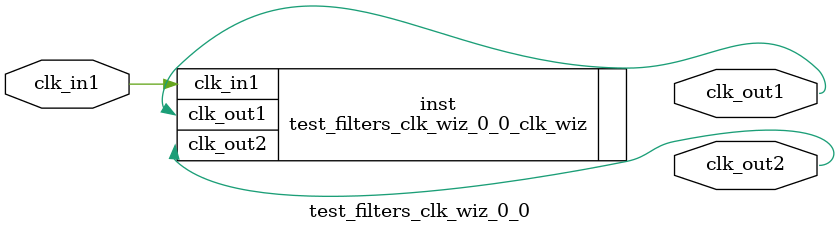
<source format=v>


`timescale 1ps/1ps

(* CORE_GENERATION_INFO = "test_filters_clk_wiz_0_0,clk_wiz_v6_0_4_0_0,{component_name=test_filters_clk_wiz_0_0,use_phase_alignment=true,use_min_o_jitter=false,use_max_i_jitter=false,use_dyn_phase_shift=false,use_inclk_switchover=false,use_dyn_reconfig=false,enable_axi=0,feedback_source=FDBK_AUTO,PRIMITIVE=MMCM,num_out_clk=2,clkin1_period=8.000,clkin2_period=10.0,use_power_down=false,use_reset=false,use_locked=false,use_inclk_stopped=false,feedback_type=SINGLE,CLOCK_MGR_TYPE=NA,manual_override=false}" *)

module test_filters_clk_wiz_0_0 
 (
  // Clock out ports
  output        clk_out1,
  output        clk_out2,
 // Clock in ports
  input         clk_in1
 );

  test_filters_clk_wiz_0_0_clk_wiz inst
  (
  // Clock out ports  
  .clk_out1(clk_out1),
  .clk_out2(clk_out2),
 // Clock in ports
  .clk_in1(clk_in1)
  );

endmodule

</source>
